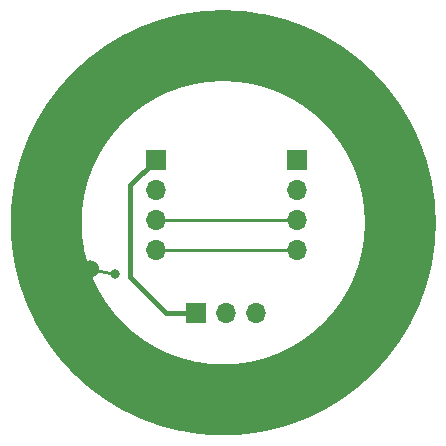
<source format=gbr>
%TF.GenerationSoftware,KiCad,Pcbnew,7.0.8*%
%TF.CreationDate,2024-09-29T17:39:07-05:00*%
%TF.ProjectId,CapacitiveLedFadeTiny,43617061-6369-4746-9976-654c65644661,rev?*%
%TF.SameCoordinates,Original*%
%TF.FileFunction,Copper,L2,Bot*%
%TF.FilePolarity,Positive*%
%FSLAX46Y46*%
G04 Gerber Fmt 4.6, Leading zero omitted, Abs format (unit mm)*
G04 Created by KiCad (PCBNEW 7.0.8) date 2024-09-29 17:39:07*
%MOMM*%
%LPD*%
G01*
G04 APERTURE LIST*
%TA.AperFunction,EtchedComponent*%
%ADD10C,6.000000*%
%TD*%
%TA.AperFunction,SMDPad,CuDef*%
%ADD11C,1.524000*%
%TD*%
%TA.AperFunction,ComponentPad*%
%ADD12R,1.700000X1.700000*%
%TD*%
%TA.AperFunction,ComponentPad*%
%ADD13O,1.700000X1.700000*%
%TD*%
%TA.AperFunction,ViaPad*%
%ADD14C,0.800000*%
%TD*%
%TA.AperFunction,Conductor*%
%ADD15C,0.250000*%
%TD*%
%TA.AperFunction,Conductor*%
%ADD16C,0.381000*%
%TD*%
G04 APERTURE END LIST*
D10*
%TO.C,J4*%
X144032000Y-96520000D02*
G75*
G03*
X144032000Y-96520000I-15000000J0D01*
G01*
%TD*%
D11*
%TO.P,J4,1*%
%TO.N,N/C*%
X117733309Y-100415307D03*
%TD*%
D12*
%TO.P,+,1,Pin_1*%
%TO.N,VCC*%
X126746000Y-104140000D03*
D13*
%TO.P,+,2,Pin_2*%
%TO.N,Net-(J3-Pin_2)*%
X129286000Y-104140000D03*
%TO.P,+,3,Pin_3*%
%TO.N,GND*%
X131826000Y-104140000D03*
%TD*%
D12*
%TO.P,+,1,Pin_1*%
%TO.N,VCC*%
X135255000Y-91186000D03*
D13*
%TO.P,+,2,Pin_2*%
%TO.N,GND*%
X135255000Y-93726000D03*
%TO.P,+,3,Pin_3*%
%TO.N,/SDA*%
X135255000Y-96266000D03*
%TO.P,+,4,Pin_4*%
%TO.N,/SCLK*%
X135255000Y-98806000D03*
%TD*%
D12*
%TO.P,+,1,Pin_1*%
%TO.N,VCC*%
X123317000Y-91186000D03*
D13*
%TO.P,+,2,Pin_2*%
%TO.N,GND*%
X123317000Y-93726000D03*
%TO.P,+,3,Pin_3*%
%TO.N,/SDA*%
X123317000Y-96266000D03*
%TO.P,+,4,Pin_4*%
%TO.N,/SCLK*%
X123317000Y-98806000D03*
%TD*%
D14*
%TO.N,Net-(J4-Pin_1)*%
X119888000Y-100838000D03*
%TD*%
D15*
%TO.N,Net-(J4-Pin_1)*%
X119888000Y-100838000D02*
X117733309Y-100415307D01*
D16*
%TO.N,VCC*%
X124206000Y-104140000D02*
X126746000Y-104140000D01*
X121158000Y-93345000D02*
X121158000Y-101092000D01*
X121158000Y-101092000D02*
X124206000Y-104140000D01*
X123317000Y-91186000D02*
X121158000Y-93345000D01*
D15*
%TO.N,/SCLK*%
X123317000Y-98806000D02*
X135255000Y-98806000D01*
%TO.N,/SDA*%
X123317000Y-96266000D02*
X135255000Y-96266000D01*
%TD*%
M02*

</source>
